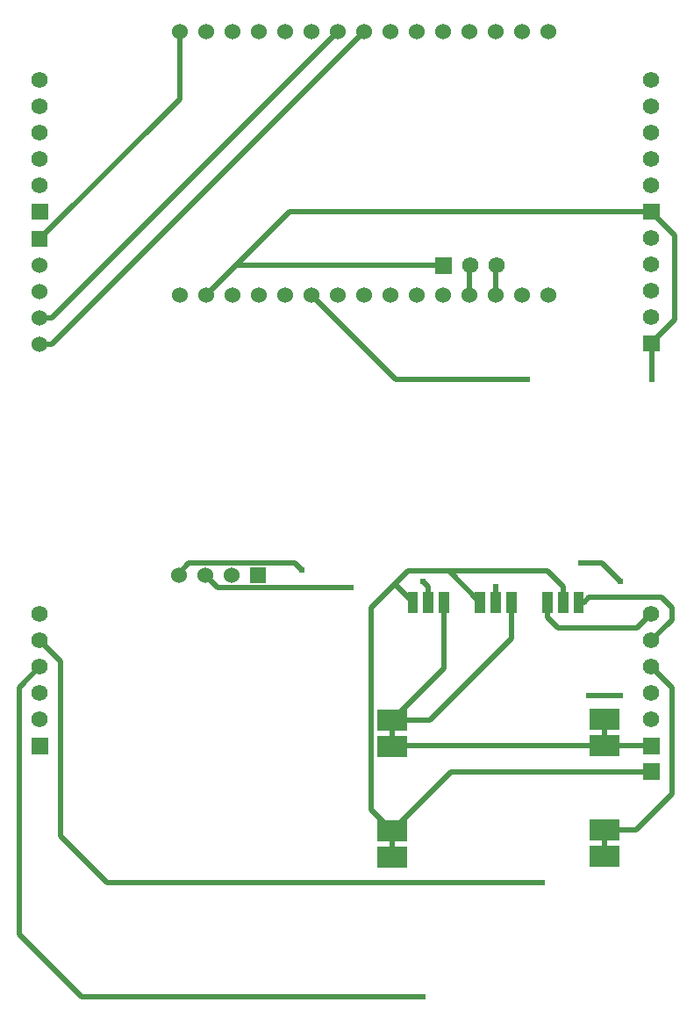
<source format=gbl>
G04 Layer: BottomLayer*
G04 EasyEDA v6.1.48, Wed, 22 May 2019 01:04:44 GMT*
G04 0b5e94fe1834435c81e6262c9c592282,60a67b2131f5436da047494d80ae1115,10*
G04 Gerber Generator version 0.2*
G04 Scale: 100 percent, Rotated: No, Reflected: No *
G04 Dimensions in millimeters *
G04 leading zeros omitted , absolute positions ,3 integer and 3 decimal *
%FSLAX33Y33*%
%MOMM*%
G90*
G71D02*

%ADD11C,0.499999*%
%ADD12C,0.609600*%
%ADD17C,1.524000*%
%ADD18C,1.574800*%
%ADD22R,2.999994X2.032000*%

%LPD*%
G54D11*
G01X37999Y38310D02*
G01X39999Y36309D01*
G01X39999Y19500D01*
G01X44500Y14999D01*
G01X86500Y14999D01*
G01X54040Y71600D02*
G01X62090Y79650D01*
G01X97000Y79650D01*
G01X64199Y71600D02*
G01X72300Y63500D01*
G01X85000Y63500D01*
G01X85000Y63499D01*
G01X37999Y35770D02*
G01X36000Y33770D01*
G01X36000Y10000D01*
G01X42000Y3999D01*
G01X75000Y3999D01*
G01X97000Y35770D02*
G01X99000Y33770D01*
G01X99000Y23500D01*
G01X95540Y20040D01*
G01X92499Y20040D01*
G01X92499Y17500D02*
G01X92499Y20040D01*
G01X97000Y28150D02*
G01X96982Y28168D01*
G01X92499Y28168D01*
G01X92499Y28168D02*
G01X92499Y30708D01*
G01X72000Y28127D02*
G01X72040Y28168D01*
G01X92499Y28168D01*
G01X72000Y28127D02*
G01X72000Y30667D01*
G01X76998Y42002D02*
G01X76998Y35665D01*
G01X72000Y30667D01*
G01X83498Y42002D02*
G01X83498Y38498D01*
G01X76000Y30999D01*
G01X75667Y30667D01*
G01X72000Y30667D01*
G01X72000Y17459D02*
G01X72000Y19999D01*
G01X72000Y19999D02*
G01X70000Y22000D01*
G01X70000Y41499D01*
G01X73500Y45000D01*
G01X87000Y45000D01*
G01X88498Y43501D01*
G01X88498Y42002D01*
G01X73998Y42002D02*
G01X72256Y43744D01*
G01X72256Y43756D01*
G01X80498Y42002D02*
G01X77501Y45000D01*
G01X77487Y45000D01*
G01X97000Y38310D02*
G01X99000Y40309D01*
G01X99000Y41499D01*
G01X98000Y42499D01*
G01X90999Y42499D01*
G01X90502Y42002D01*
G01X89998Y42002D01*
G01X86998Y42002D02*
G01X86998Y40501D01*
G01X88000Y39499D01*
G01X95650Y39499D01*
G01X97000Y40850D01*
G01X94000Y33000D02*
G01X90999Y33000D01*
G01X81998Y42004D02*
G01X81998Y43500D01*
G01X54040Y71600D02*
G01X56900Y74460D01*
G01X76960Y74460D01*
G01X79499Y74460D02*
G01X79440Y74400D01*
G01X79440Y71600D01*
G01X82039Y74460D02*
G01X81980Y74400D01*
G01X81980Y71600D01*
G01X72000Y19999D02*
G01X77660Y25659D01*
G01X97000Y25659D01*
G01X97000Y66960D02*
G01X97100Y66860D01*
G01X97100Y63499D01*
G01X97000Y79650D02*
G01X99300Y77350D01*
G01X99300Y71599D01*
G01X99300Y69259D01*
G01X97000Y66960D01*
G01X94000Y44000D02*
G01X92200Y45799D01*
G01X90200Y45799D01*
G01X53946Y44599D02*
G01X55145Y43399D01*
G01X68000Y43399D01*
G01X75000Y44000D02*
G01X75497Y43502D01*
G01X75497Y42002D01*
G01X63300Y45099D02*
G01X62600Y45799D01*
G01X52400Y45799D01*
G01X51406Y44806D01*
G01X51406Y44599D01*
G01X38000Y77040D02*
G01X51498Y90538D01*
G01X51498Y96997D01*
G01X66740Y97000D02*
G01X39160Y69420D01*
G01X38000Y69420D01*
G01X69280Y97000D02*
G01X39160Y66880D01*
G01X38000Y66880D01*
G36*
G01X73498Y41002D02*
G01X73498Y43002D01*
G01X74498Y43002D01*
G01X74498Y41002D01*
G01X73498Y41002D01*
G37*
G36*
G01X74998Y41002D02*
G01X74998Y43002D01*
G01X75998Y43002D01*
G01X75998Y41002D01*
G01X74998Y41002D01*
G37*
G36*
G01X76498Y41002D02*
G01X76498Y43002D01*
G01X77498Y43002D01*
G01X77498Y41002D01*
G01X76498Y41002D01*
G37*
G36*
G01X79998Y41002D02*
G01X79998Y43002D01*
G01X80998Y43002D01*
G01X80998Y41002D01*
G01X79998Y41002D01*
G37*
G36*
G01X81498Y41002D02*
G01X81498Y43002D01*
G01X82498Y43002D01*
G01X82498Y41002D01*
G01X81498Y41002D01*
G37*
G36*
G01X82998Y41002D02*
G01X82998Y43002D01*
G01X83998Y43002D01*
G01X83998Y41002D01*
G01X82998Y41002D01*
G37*
G36*
G01X86498Y41002D02*
G01X86498Y43002D01*
G01X87498Y43002D01*
G01X87498Y41002D01*
G01X86498Y41002D01*
G37*
G36*
G01X87998Y41002D02*
G01X87998Y43002D01*
G01X88998Y43002D01*
G01X88998Y41002D01*
G01X87998Y41002D01*
G37*
G36*
G01X89498Y41002D02*
G01X89498Y43002D01*
G01X90498Y43002D01*
G01X90498Y41002D01*
G01X89498Y41002D01*
G37*
G54D22*
G01X92499Y17500D03*
G01X92499Y20040D03*
G01X92499Y28168D03*
G01X92499Y30708D03*
G01X72000Y19999D03*
G01X72000Y17459D03*
G01X72000Y28127D03*
G01X72000Y30667D03*
G54D17*
G01X51498Y96997D03*
G01X54040Y97000D03*
G01X56580Y97000D03*
G01X59120Y97000D03*
G01X61660Y97000D03*
G01X64200Y97000D03*
G01X66740Y97000D03*
G01X69280Y97000D03*
G01X71820Y97000D03*
G01X74360Y97000D03*
G01X76900Y97000D03*
G01X79440Y97000D03*
G01X81980Y97000D03*
G01X84520Y97000D03*
G01X87060Y97000D03*
G01X51500Y71600D03*
G01X54040Y71600D03*
G01X56580Y71600D03*
G01X59120Y71600D03*
G01X61660Y71600D03*
G01X64200Y71600D03*
G01X66740Y71600D03*
G01X69280Y71600D03*
G01X71820Y71600D03*
G01X74360Y71600D03*
G01X76900Y71600D03*
G01X79440Y71600D03*
G01X81980Y71600D03*
G01X84520Y71600D03*
G01X87060Y71600D03*
G54D18*
G01X37999Y92350D03*
G01X37999Y89810D03*
G01X37999Y87270D03*
G01X37999Y84730D03*
G01X37999Y82190D03*
G36*
G01X37212Y78862D02*
G01X37212Y80437D01*
G01X38787Y80437D01*
G01X38787Y78862D01*
G01X37212Y78862D01*
G37*
G01X37999Y40850D03*
G01X37999Y38310D03*
G01X37999Y35770D03*
G01X37999Y33230D03*
G01X37999Y30690D03*
G36*
G01X38787Y27362D02*
G01X38787Y28937D01*
G01X37212Y28937D01*
G01X37212Y27362D01*
G01X38787Y27362D01*
G37*
G36*
G01X37238Y77802D02*
G01X37238Y76278D01*
G01X38762Y76278D01*
G01X38762Y77802D01*
G01X37238Y77802D01*
G37*
G54D17*
G01X37999Y74499D03*
G01X37999Y71959D03*
G01X37999Y69419D03*
G01X37999Y66879D03*
G54D18*
G01X82039Y74460D03*
G01X79499Y74460D03*
G36*
G01X76172Y73672D02*
G01X77747Y73672D01*
G01X77747Y75247D01*
G01X76172Y75247D01*
G01X76172Y73672D01*
G37*
G36*
G01X97787Y24872D02*
G01X97787Y26447D01*
G01X96212Y26447D01*
G01X96212Y24872D01*
G01X97787Y24872D01*
G37*
G01X97000Y77160D03*
G01X97000Y74600D03*
G01X97000Y72039D03*
G01X97000Y69499D03*
G36*
G01X96212Y66172D02*
G01X96212Y67747D01*
G01X97787Y67747D01*
G01X97787Y66172D01*
G01X96212Y66172D01*
G37*
G01X97000Y92350D03*
G01X97000Y89810D03*
G01X97000Y87270D03*
G01X97000Y84730D03*
G01X97000Y82190D03*
G36*
G01X96212Y78862D02*
G01X96212Y80437D01*
G01X97787Y80437D01*
G01X97787Y78862D01*
G01X96212Y78862D01*
G37*
G01X97000Y40850D03*
G01X97000Y38310D03*
G01X97000Y35770D03*
G01X97000Y33230D03*
G01X97000Y30690D03*
G36*
G01X97787Y27362D02*
G01X97787Y28937D01*
G01X96212Y28937D01*
G01X96212Y27362D01*
G01X97787Y27362D01*
G37*
G36*
G01X59787Y43837D02*
G01X58263Y43837D01*
G01X58263Y45361D01*
G01X59787Y45361D01*
G01X59787Y43837D01*
G37*
G54D17*
G01X56486Y44599D03*
G01X53946Y44599D03*
G01X51406Y44599D03*
G54D12*
G01X85000Y63499D03*
G01X86499Y14999D03*
G01X75000Y3999D03*
G01X94000Y32999D03*
G01X91000Y32999D03*
G01X94000Y44000D03*
G01X90199Y45799D03*
G01X81998Y43500D03*
G01X97100Y63499D03*
G01X68000Y43399D03*
G01X75000Y44000D03*
G01X63300Y45099D03*
M00*
M02*

</source>
